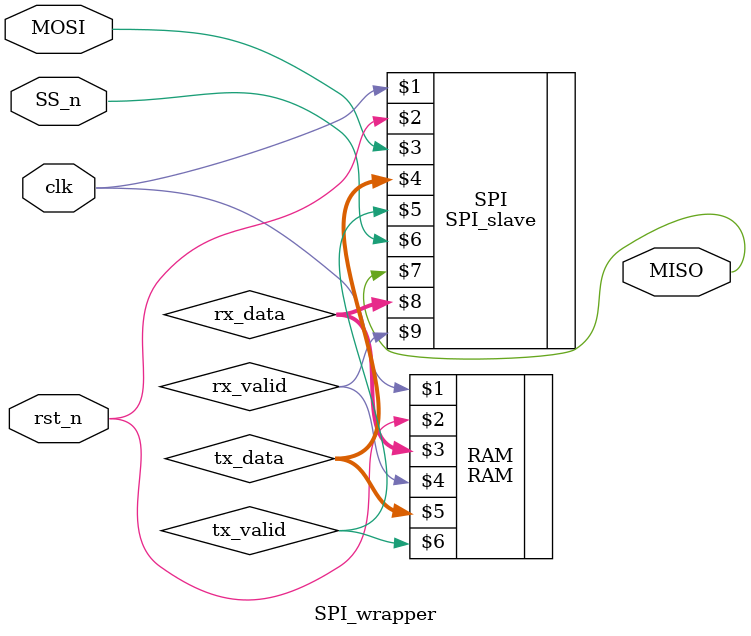
<source format=v>
module SPI_wrapper (
    input clk,rst_n,
    input MOSI,
    input SS_n,
    output MISO
);

wire [9:0] rx_data;
wire rx_valid;
wire [7:0] tx_data;
wire tx_valid;

SPI_slave SPI(clk,rst_n,MOSI,tx_data,tx_valid,SS_n,MISO,rx_data,rx_valid);
RAM RAM(clk,rst_n,rx_data,rx_valid,tx_data,tx_valid);

endmodule
</source>
